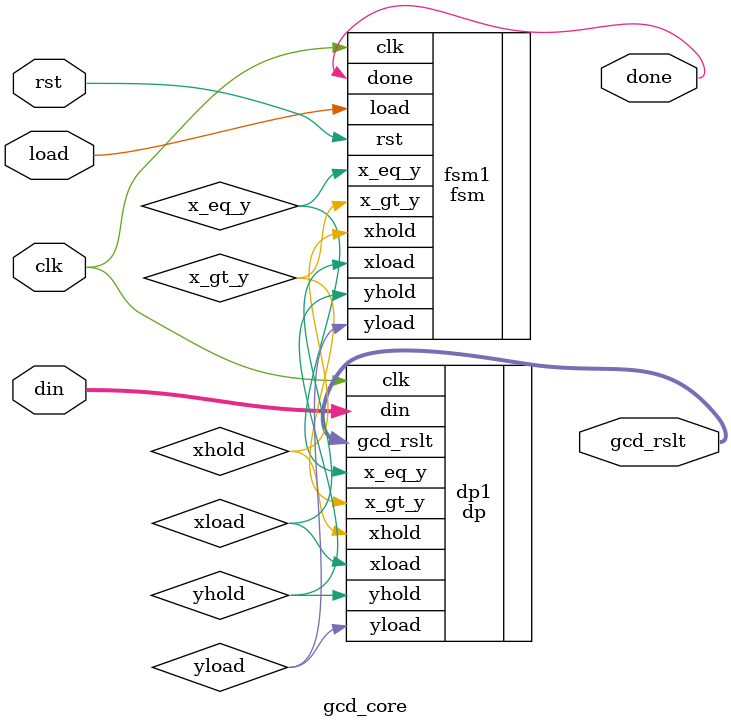
<source format=sv>
`timescale 1ns / 1ps

module gcd_core(
    input logic clk,
    input logic rst,
    input logic load,
    input logic [7:0] din,
    output logic [7:0] gcd_rslt,
    output logic done
    );

//internal signals
logic xhold, xload, yhold, yload;
logic x_eq_y, x_gt_y;
logic [7:0] x_minus_y, y_minus_x;

//Instantiate the datapath - couuld have used .name or .*
dp dp1 (
    .clk(clk),
    .xhold(xhold),
    .xload(xload),
    .yhold(yhold),
    .yload(yload),
    .din(din),
    .x_eq_y(x_eq_y),
    .x_gt_y(x_gt_y),
    .gcd_rslt(gcd_rslt)
    );
 
 //Instantiate the controller
 fsm fsm1 (
    .clk(clk),
    .rst(rst),
    .load(load),
    .x_eq_y(x_eq_y),
    .x_gt_y(x_gt_y),
    .xhold(xhold),
    .xload(xload),
    .yhold(yhold),
    .yload(yload),
    .done(done)
    );
           
endmodule

</source>
